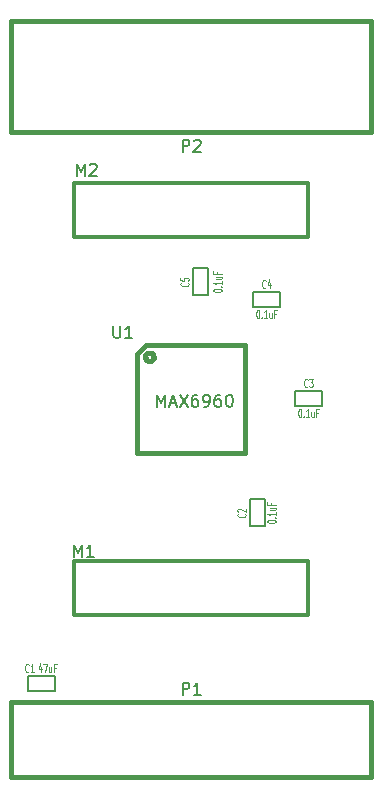
<source format=gto>
G04 (created by PCBNEW-RS274X (2011-aug-04)-testing) date Wed 17 Apr 2013 04:09:18 PM PDT*
G01*
G70*
G90*
%MOIN*%
G04 Gerber Fmt 3.4, Leading zero omitted, Abs format*
%FSLAX34Y34*%
G04 APERTURE LIST*
%ADD10C,0.006000*%
%ADD11C,0.005000*%
%ADD12C,0.015000*%
%ADD13C,0.012000*%
%ADD14C,0.004500*%
%ADD15C,0.008000*%
G04 APERTURE END LIST*
G54D10*
G54D11*
X20850Y-41850D02*
X21750Y-41850D01*
X21750Y-41850D02*
X21750Y-42350D01*
X21750Y-42350D02*
X20850Y-42350D01*
X20850Y-42350D02*
X20850Y-41850D01*
X28750Y-35950D02*
X28750Y-36850D01*
X28750Y-36850D02*
X28250Y-36850D01*
X28250Y-36850D02*
X28250Y-35950D01*
X28250Y-35950D02*
X28750Y-35950D01*
X29750Y-32350D02*
X30650Y-32350D01*
X30650Y-32350D02*
X30650Y-32850D01*
X30650Y-32850D02*
X29750Y-32850D01*
X29750Y-32850D02*
X29750Y-32350D01*
X28350Y-29050D02*
X29250Y-29050D01*
X29250Y-29050D02*
X29250Y-29550D01*
X29250Y-29550D02*
X28350Y-29550D01*
X28350Y-29550D02*
X28350Y-29050D01*
X26350Y-29150D02*
X26350Y-28250D01*
X26350Y-28250D02*
X26850Y-28250D01*
X26850Y-28250D02*
X26850Y-29150D01*
X26850Y-29150D02*
X26350Y-29150D01*
G54D12*
X25040Y-31198D02*
X25037Y-31225D01*
X25029Y-31251D01*
X25016Y-31276D01*
X24999Y-31297D01*
X24977Y-31314D01*
X24953Y-31327D01*
X24927Y-31336D01*
X24899Y-31338D01*
X24873Y-31336D01*
X24847Y-31328D01*
X24822Y-31315D01*
X24801Y-31298D01*
X24783Y-31277D01*
X24770Y-31253D01*
X24762Y-31227D01*
X24759Y-31199D01*
X24761Y-31173D01*
X24768Y-31147D01*
X24781Y-31122D01*
X24798Y-31101D01*
X24819Y-31083D01*
X24843Y-31069D01*
X24869Y-31061D01*
X24897Y-31058D01*
X24923Y-31060D01*
X24949Y-31067D01*
X24974Y-31079D01*
X24996Y-31096D01*
X25014Y-31117D01*
X25027Y-31141D01*
X25036Y-31167D01*
X25039Y-31195D01*
X25040Y-31198D01*
X24499Y-31098D02*
X24499Y-34398D01*
X24499Y-34398D02*
X28099Y-34398D01*
X28099Y-34398D02*
X28099Y-30798D01*
X28099Y-30798D02*
X24799Y-30798D01*
X24799Y-30798D02*
X24499Y-31098D01*
X32299Y-23200D02*
X32299Y-23700D01*
X32299Y-23700D02*
X20299Y-23700D01*
X20299Y-23700D02*
X20299Y-23100D01*
X20299Y-23200D02*
X20299Y-20000D01*
X20299Y-20000D02*
X32299Y-20000D01*
X32299Y-20000D02*
X32299Y-23200D01*
X20299Y-43197D02*
X20299Y-42697D01*
X20299Y-42697D02*
X32299Y-42697D01*
X32299Y-42697D02*
X32299Y-43197D01*
X20299Y-43197D02*
X20299Y-45197D01*
X20299Y-45197D02*
X32299Y-45197D01*
X32299Y-45197D02*
X32299Y-43197D01*
G54D13*
X22399Y-39798D02*
X22399Y-37998D01*
X22399Y-37998D02*
X30199Y-37998D01*
X30199Y-37998D02*
X30199Y-39798D01*
X30199Y-39798D02*
X22399Y-39798D01*
X22399Y-27199D02*
X22399Y-25399D01*
X22399Y-25399D02*
X30199Y-25399D01*
X30199Y-25399D02*
X30199Y-27199D01*
X30199Y-27199D02*
X22399Y-27199D01*
G54D14*
X20871Y-41687D02*
X20862Y-41700D01*
X20836Y-41713D01*
X20819Y-41713D01*
X20794Y-41700D01*
X20776Y-41673D01*
X20768Y-41647D01*
X20759Y-41593D01*
X20759Y-41553D01*
X20768Y-41500D01*
X20776Y-41473D01*
X20794Y-41447D01*
X20819Y-41433D01*
X20836Y-41433D01*
X20862Y-41447D01*
X20871Y-41460D01*
X21042Y-41713D02*
X20939Y-41713D01*
X20991Y-41713D02*
X20991Y-41433D01*
X20974Y-41473D01*
X20956Y-41500D01*
X20939Y-41513D01*
X21291Y-41527D02*
X21291Y-41713D01*
X21248Y-41420D02*
X21205Y-41620D01*
X21317Y-41620D01*
X21368Y-41433D02*
X21488Y-41433D01*
X21411Y-41713D01*
X21633Y-41527D02*
X21633Y-41713D01*
X21556Y-41527D02*
X21556Y-41673D01*
X21564Y-41700D01*
X21582Y-41713D01*
X21607Y-41713D01*
X21624Y-41700D01*
X21633Y-41687D01*
X21779Y-41567D02*
X21719Y-41567D01*
X21719Y-41713D02*
X21719Y-41433D01*
X21805Y-41433D01*
X28087Y-36429D02*
X28100Y-36438D01*
X28113Y-36464D01*
X28113Y-36481D01*
X28100Y-36506D01*
X28073Y-36524D01*
X28047Y-36532D01*
X27993Y-36541D01*
X27953Y-36541D01*
X27900Y-36532D01*
X27873Y-36524D01*
X27847Y-36506D01*
X27833Y-36481D01*
X27833Y-36464D01*
X27847Y-36438D01*
X27860Y-36429D01*
X27860Y-36361D02*
X27847Y-36352D01*
X27833Y-36335D01*
X27833Y-36292D01*
X27847Y-36275D01*
X27860Y-36266D01*
X27887Y-36258D01*
X27913Y-36258D01*
X27953Y-36266D01*
X28113Y-36369D01*
X28113Y-36258D01*
X28833Y-36695D02*
X28833Y-36678D01*
X28847Y-36661D01*
X28860Y-36652D01*
X28887Y-36643D01*
X28940Y-36635D01*
X29007Y-36635D01*
X29060Y-36643D01*
X29087Y-36652D01*
X29100Y-36661D01*
X29113Y-36678D01*
X29113Y-36695D01*
X29100Y-36712D01*
X29087Y-36721D01*
X29060Y-36729D01*
X29007Y-36738D01*
X28940Y-36738D01*
X28887Y-36729D01*
X28860Y-36721D01*
X28847Y-36712D01*
X28833Y-36695D01*
X29087Y-36558D02*
X29100Y-36550D01*
X29113Y-36558D01*
X29100Y-36567D01*
X29087Y-36558D01*
X29113Y-36558D01*
X29113Y-36378D02*
X29113Y-36481D01*
X29113Y-36429D02*
X28833Y-36429D01*
X28873Y-36446D01*
X28900Y-36464D01*
X28913Y-36481D01*
X28927Y-36224D02*
X29113Y-36224D01*
X28927Y-36301D02*
X29073Y-36301D01*
X29100Y-36293D01*
X29113Y-36275D01*
X29113Y-36250D01*
X29100Y-36233D01*
X29087Y-36224D01*
X28967Y-36078D02*
X28967Y-36138D01*
X29113Y-36138D02*
X28833Y-36138D01*
X28833Y-36052D01*
X30171Y-32187D02*
X30162Y-32200D01*
X30136Y-32213D01*
X30119Y-32213D01*
X30094Y-32200D01*
X30076Y-32173D01*
X30068Y-32147D01*
X30059Y-32093D01*
X30059Y-32053D01*
X30068Y-32000D01*
X30076Y-31973D01*
X30094Y-31947D01*
X30119Y-31933D01*
X30136Y-31933D01*
X30162Y-31947D01*
X30171Y-31960D01*
X30231Y-31933D02*
X30342Y-31933D01*
X30282Y-32040D01*
X30308Y-32040D01*
X30325Y-32053D01*
X30334Y-32067D01*
X30342Y-32093D01*
X30342Y-32160D01*
X30334Y-32187D01*
X30325Y-32200D01*
X30308Y-32213D01*
X30256Y-32213D01*
X30239Y-32200D01*
X30231Y-32187D01*
X29905Y-32933D02*
X29922Y-32933D01*
X29939Y-32947D01*
X29948Y-32960D01*
X29957Y-32987D01*
X29965Y-33040D01*
X29965Y-33107D01*
X29957Y-33160D01*
X29948Y-33187D01*
X29939Y-33200D01*
X29922Y-33213D01*
X29905Y-33213D01*
X29888Y-33200D01*
X29879Y-33187D01*
X29871Y-33160D01*
X29862Y-33107D01*
X29862Y-33040D01*
X29871Y-32987D01*
X29879Y-32960D01*
X29888Y-32947D01*
X29905Y-32933D01*
X30042Y-33187D02*
X30050Y-33200D01*
X30042Y-33213D01*
X30033Y-33200D01*
X30042Y-33187D01*
X30042Y-33213D01*
X30222Y-33213D02*
X30119Y-33213D01*
X30171Y-33213D02*
X30171Y-32933D01*
X30154Y-32973D01*
X30136Y-33000D01*
X30119Y-33013D01*
X30376Y-33027D02*
X30376Y-33213D01*
X30299Y-33027D02*
X30299Y-33173D01*
X30307Y-33200D01*
X30325Y-33213D01*
X30350Y-33213D01*
X30367Y-33200D01*
X30376Y-33187D01*
X30522Y-33067D02*
X30462Y-33067D01*
X30462Y-33213D02*
X30462Y-32933D01*
X30548Y-32933D01*
X28771Y-28887D02*
X28762Y-28900D01*
X28736Y-28913D01*
X28719Y-28913D01*
X28694Y-28900D01*
X28676Y-28873D01*
X28668Y-28847D01*
X28659Y-28793D01*
X28659Y-28753D01*
X28668Y-28700D01*
X28676Y-28673D01*
X28694Y-28647D01*
X28719Y-28633D01*
X28736Y-28633D01*
X28762Y-28647D01*
X28771Y-28660D01*
X28925Y-28727D02*
X28925Y-28913D01*
X28882Y-28620D02*
X28839Y-28820D01*
X28951Y-28820D01*
X28505Y-29633D02*
X28522Y-29633D01*
X28539Y-29647D01*
X28548Y-29660D01*
X28557Y-29687D01*
X28565Y-29740D01*
X28565Y-29807D01*
X28557Y-29860D01*
X28548Y-29887D01*
X28539Y-29900D01*
X28522Y-29913D01*
X28505Y-29913D01*
X28488Y-29900D01*
X28479Y-29887D01*
X28471Y-29860D01*
X28462Y-29807D01*
X28462Y-29740D01*
X28471Y-29687D01*
X28479Y-29660D01*
X28488Y-29647D01*
X28505Y-29633D01*
X28642Y-29887D02*
X28650Y-29900D01*
X28642Y-29913D01*
X28633Y-29900D01*
X28642Y-29887D01*
X28642Y-29913D01*
X28822Y-29913D02*
X28719Y-29913D01*
X28771Y-29913D02*
X28771Y-29633D01*
X28754Y-29673D01*
X28736Y-29700D01*
X28719Y-29713D01*
X28976Y-29727D02*
X28976Y-29913D01*
X28899Y-29727D02*
X28899Y-29873D01*
X28907Y-29900D01*
X28925Y-29913D01*
X28950Y-29913D01*
X28967Y-29900D01*
X28976Y-29887D01*
X29122Y-29767D02*
X29062Y-29767D01*
X29062Y-29913D02*
X29062Y-29633D01*
X29148Y-29633D01*
X26187Y-28729D02*
X26200Y-28738D01*
X26213Y-28764D01*
X26213Y-28781D01*
X26200Y-28806D01*
X26173Y-28824D01*
X26147Y-28832D01*
X26093Y-28841D01*
X26053Y-28841D01*
X26000Y-28832D01*
X25973Y-28824D01*
X25947Y-28806D01*
X25933Y-28781D01*
X25933Y-28764D01*
X25947Y-28738D01*
X25960Y-28729D01*
X25933Y-28566D02*
X25933Y-28652D01*
X26067Y-28661D01*
X26053Y-28652D01*
X26040Y-28635D01*
X26040Y-28592D01*
X26053Y-28575D01*
X26067Y-28566D01*
X26093Y-28558D01*
X26160Y-28558D01*
X26187Y-28566D01*
X26200Y-28575D01*
X26213Y-28592D01*
X26213Y-28635D01*
X26200Y-28652D01*
X26187Y-28661D01*
X27033Y-28995D02*
X27033Y-28978D01*
X27047Y-28961D01*
X27060Y-28952D01*
X27087Y-28943D01*
X27140Y-28935D01*
X27207Y-28935D01*
X27260Y-28943D01*
X27287Y-28952D01*
X27300Y-28961D01*
X27313Y-28978D01*
X27313Y-28995D01*
X27300Y-29012D01*
X27287Y-29021D01*
X27260Y-29029D01*
X27207Y-29038D01*
X27140Y-29038D01*
X27087Y-29029D01*
X27060Y-29021D01*
X27047Y-29012D01*
X27033Y-28995D01*
X27287Y-28858D02*
X27300Y-28850D01*
X27313Y-28858D01*
X27300Y-28867D01*
X27287Y-28858D01*
X27313Y-28858D01*
X27313Y-28678D02*
X27313Y-28781D01*
X27313Y-28729D02*
X27033Y-28729D01*
X27073Y-28746D01*
X27100Y-28764D01*
X27113Y-28781D01*
X27127Y-28524D02*
X27313Y-28524D01*
X27127Y-28601D02*
X27273Y-28601D01*
X27300Y-28593D01*
X27313Y-28575D01*
X27313Y-28550D01*
X27300Y-28533D01*
X27287Y-28524D01*
X27167Y-28378D02*
X27167Y-28438D01*
X27313Y-28438D02*
X27033Y-28438D01*
X27033Y-28352D01*
G54D15*
X23695Y-30162D02*
X23695Y-30486D01*
X23714Y-30524D01*
X23733Y-30543D01*
X23771Y-30562D01*
X23848Y-30562D01*
X23886Y-30543D01*
X23905Y-30524D01*
X23924Y-30486D01*
X23924Y-30162D01*
X24324Y-30562D02*
X24095Y-30562D01*
X24209Y-30562D02*
X24209Y-30162D01*
X24171Y-30219D01*
X24133Y-30257D01*
X24095Y-30276D01*
X25143Y-32862D02*
X25143Y-32462D01*
X25277Y-32748D01*
X25410Y-32462D01*
X25410Y-32862D01*
X25581Y-32748D02*
X25772Y-32748D01*
X25543Y-32862D02*
X25676Y-32462D01*
X25810Y-32862D01*
X25905Y-32462D02*
X26172Y-32862D01*
X26172Y-32462D02*
X25905Y-32862D01*
X26496Y-32462D02*
X26419Y-32462D01*
X26381Y-32481D01*
X26362Y-32500D01*
X26324Y-32557D01*
X26305Y-32633D01*
X26305Y-32786D01*
X26324Y-32824D01*
X26343Y-32843D01*
X26381Y-32862D01*
X26458Y-32862D01*
X26496Y-32843D01*
X26515Y-32824D01*
X26534Y-32786D01*
X26534Y-32690D01*
X26515Y-32652D01*
X26496Y-32633D01*
X26458Y-32614D01*
X26381Y-32614D01*
X26343Y-32633D01*
X26324Y-32652D01*
X26305Y-32690D01*
X26724Y-32862D02*
X26800Y-32862D01*
X26839Y-32843D01*
X26858Y-32824D01*
X26896Y-32767D01*
X26915Y-32690D01*
X26915Y-32538D01*
X26896Y-32500D01*
X26877Y-32481D01*
X26839Y-32462D01*
X26762Y-32462D01*
X26724Y-32481D01*
X26705Y-32500D01*
X26686Y-32538D01*
X26686Y-32633D01*
X26705Y-32671D01*
X26724Y-32690D01*
X26762Y-32710D01*
X26839Y-32710D01*
X26877Y-32690D01*
X26896Y-32671D01*
X26915Y-32633D01*
X27258Y-32462D02*
X27181Y-32462D01*
X27143Y-32481D01*
X27124Y-32500D01*
X27086Y-32557D01*
X27067Y-32633D01*
X27067Y-32786D01*
X27086Y-32824D01*
X27105Y-32843D01*
X27143Y-32862D01*
X27220Y-32862D01*
X27258Y-32843D01*
X27277Y-32824D01*
X27296Y-32786D01*
X27296Y-32690D01*
X27277Y-32652D01*
X27258Y-32633D01*
X27220Y-32614D01*
X27143Y-32614D01*
X27105Y-32633D01*
X27086Y-32652D01*
X27067Y-32690D01*
X27543Y-32462D02*
X27582Y-32462D01*
X27620Y-32481D01*
X27639Y-32500D01*
X27658Y-32538D01*
X27677Y-32614D01*
X27677Y-32710D01*
X27658Y-32786D01*
X27639Y-32824D01*
X27620Y-32843D01*
X27582Y-32862D01*
X27543Y-32862D01*
X27505Y-32843D01*
X27486Y-32824D01*
X27467Y-32786D01*
X27448Y-32710D01*
X27448Y-32614D01*
X27467Y-32538D01*
X27486Y-32500D01*
X27505Y-32481D01*
X27543Y-32462D01*
X26005Y-24362D02*
X26005Y-23962D01*
X26158Y-23962D01*
X26196Y-23981D01*
X26215Y-24000D01*
X26234Y-24038D01*
X26234Y-24095D01*
X26215Y-24133D01*
X26196Y-24152D01*
X26158Y-24171D01*
X26005Y-24171D01*
X26386Y-24000D02*
X26405Y-23981D01*
X26443Y-23962D01*
X26539Y-23962D01*
X26577Y-23981D01*
X26596Y-24000D01*
X26615Y-24038D01*
X26615Y-24076D01*
X26596Y-24133D01*
X26367Y-24362D01*
X26615Y-24362D01*
X26005Y-42462D02*
X26005Y-42062D01*
X26158Y-42062D01*
X26196Y-42081D01*
X26215Y-42100D01*
X26234Y-42138D01*
X26234Y-42195D01*
X26215Y-42233D01*
X26196Y-42252D01*
X26158Y-42271D01*
X26005Y-42271D01*
X26615Y-42462D02*
X26386Y-42462D01*
X26500Y-42462D02*
X26500Y-42062D01*
X26462Y-42119D01*
X26424Y-42157D01*
X26386Y-42176D01*
X22376Y-37862D02*
X22376Y-37462D01*
X22510Y-37748D01*
X22643Y-37462D01*
X22643Y-37862D01*
X23043Y-37862D02*
X22814Y-37862D01*
X22928Y-37862D02*
X22928Y-37462D01*
X22890Y-37519D01*
X22852Y-37557D01*
X22814Y-37576D01*
X22476Y-25162D02*
X22476Y-24762D01*
X22610Y-25048D01*
X22743Y-24762D01*
X22743Y-25162D01*
X22914Y-24800D02*
X22933Y-24781D01*
X22971Y-24762D01*
X23067Y-24762D01*
X23105Y-24781D01*
X23124Y-24800D01*
X23143Y-24838D01*
X23143Y-24876D01*
X23124Y-24933D01*
X22895Y-25162D01*
X23143Y-25162D01*
M02*

</source>
